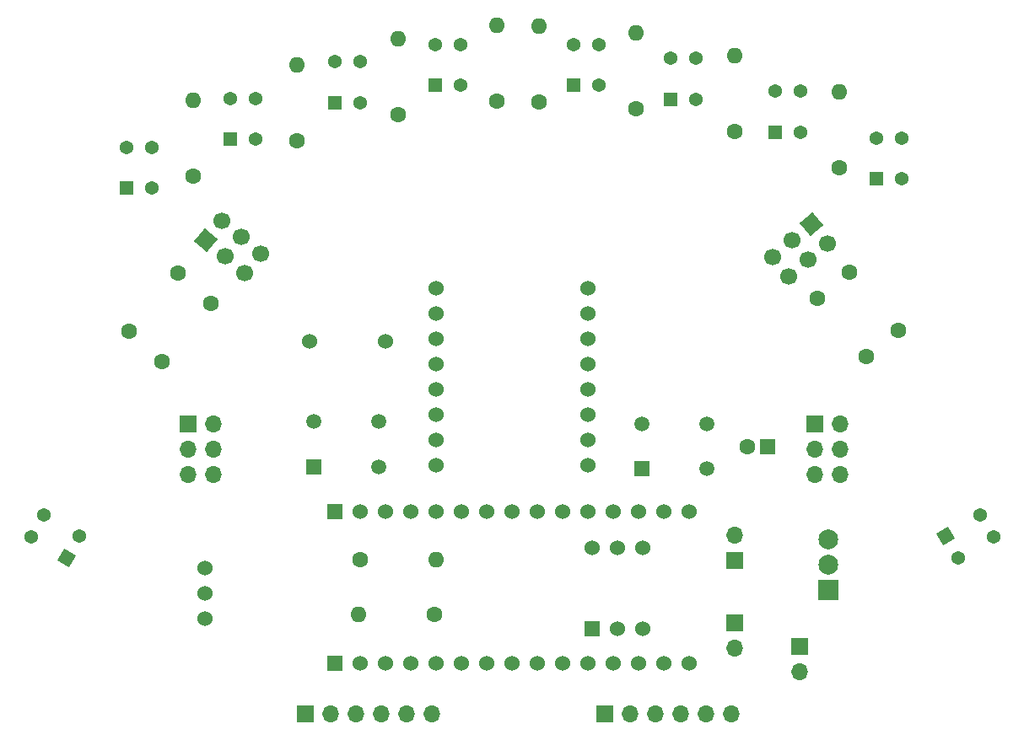
<source format=gts>
%TF.GenerationSoftware,KiCad,Pcbnew,7.0.1*%
%TF.CreationDate,2023-06-07T19:09:21+09:00*%
%TF.ProjectId,trace,74726163-652e-46b6-9963-61645f706362,rev?*%
%TF.SameCoordinates,Original*%
%TF.FileFunction,Soldermask,Top*%
%TF.FilePolarity,Negative*%
%FSLAX46Y46*%
G04 Gerber Fmt 4.6, Leading zero omitted, Abs format (unit mm)*
G04 Created by KiCad (PCBNEW 7.0.1) date 2023-06-07 19:09:21*
%MOMM*%
%LPD*%
G01*
G04 APERTURE LIST*
G04 Aperture macros list*
%AMHorizOval*
0 Thick line with rounded ends*
0 $1 width*
0 $2 $3 position (X,Y) of the first rounded end (center of the circle)*
0 $4 $5 position (X,Y) of the second rounded end (center of the circle)*
0 Add line between two ends*
20,1,$1,$2,$3,$4,$5,0*
0 Add two circle primitives to create the rounded ends*
1,1,$1,$2,$3*
1,1,$1,$4,$5*%
%AMRotRect*
0 Rectangle, with rotation*
0 The origin of the aperture is its center*
0 $1 length*
0 $2 width*
0 $3 Rotation angle, in degrees counterclockwise*
0 Add horizontal line*
21,1,$1,$2,0,0,$3*%
G04 Aperture macros list end*
%ADD10C,1.600000*%
%ADD11O,1.600000X1.600000*%
%ADD12R,1.700000X1.700000*%
%ADD13O,1.700000X1.700000*%
%ADD14R,1.530000X1.530000*%
%ADD15C,1.530000*%
%ADD16C,1.524000*%
%ADD17RotRect,1.700000X1.700000X310.000000*%
%ADD18HorizOval,1.700000X0.000000X0.000000X0.000000X0.000000X0*%
%ADD19R,1.508000X1.508000*%
%ADD20C,1.508000*%
%ADD21R,1.524000X1.524000*%
%ADD22HorizOval,1.600000X0.000000X0.000000X0.000000X0.000000X0*%
%ADD23RotRect,1.700000X1.700000X50.000000*%
%ADD24HorizOval,1.700000X0.000000X0.000000X0.000000X0.000000X0*%
%ADD25R,1.600000X1.600000*%
%ADD26HorizOval,1.600000X0.000000X0.000000X0.000000X0.000000X0*%
%ADD27R,1.995000X1.995000*%
%ADD28C,1.995000*%
%ADD29R,1.368000X1.368000*%
%ADD30C,1.368000*%
%ADD31RotRect,1.368000X1.368000X301.000000*%
%ADD32RotRect,1.368000X1.368000X59.000000*%
G04 APERTURE END LIST*
D10*
%TO.C,R3*%
X122417500Y-60620000D03*
D11*
X122417500Y-53000000D03*
%TD*%
D12*
%TO.C,C2*%
X156217500Y-105417500D03*
D13*
X156217500Y-102877500D03*
%TD*%
D10*
%TO.C,R2*%
X101817500Y-66852500D03*
D11*
X101817500Y-59232500D03*
%TD*%
D10*
%TO.C,R7*%
X156217500Y-62352500D03*
D11*
X156217500Y-54732500D03*
%TD*%
D14*
%TO.C,U1*%
X116037500Y-115762500D03*
D15*
X118577500Y-115762500D03*
X121117500Y-115762500D03*
X123657500Y-115762500D03*
X126197500Y-115762500D03*
X128737500Y-115762500D03*
X131277500Y-115762500D03*
X133817500Y-115762500D03*
X136357500Y-115762500D03*
X138897500Y-115762500D03*
X141437500Y-115762500D03*
X143977500Y-115762500D03*
X146517500Y-115762500D03*
X149057500Y-115762500D03*
X151597500Y-115762500D03*
D14*
X116037500Y-100522500D03*
D15*
X118577500Y-100522500D03*
X121117500Y-100522500D03*
X123657500Y-100522500D03*
X126197500Y-100522500D03*
X128737500Y-100522500D03*
X131277500Y-100522500D03*
X133817500Y-100522500D03*
X136357500Y-100522500D03*
X138897500Y-100522500D03*
X141437500Y-100522500D03*
X143977500Y-100522500D03*
X146517500Y-100522500D03*
X149057500Y-100522500D03*
X151597500Y-100522500D03*
%TD*%
D12*
%TO.C,J1*%
X113097500Y-120842500D03*
D13*
X115637500Y-120842500D03*
X118177500Y-120842500D03*
X120717500Y-120842500D03*
X123257500Y-120842500D03*
X125797500Y-120842500D03*
%TD*%
D16*
%TO.C,U14*%
X126197500Y-95832500D03*
X126197500Y-93292500D03*
X126197500Y-90752500D03*
X126197500Y-88212500D03*
X126197500Y-85672500D03*
X126197500Y-83132500D03*
X126197500Y-80592500D03*
X126197500Y-78052500D03*
X141437500Y-78052500D03*
X141437500Y-80592500D03*
X141437500Y-83132500D03*
X141437500Y-85672500D03*
X141437500Y-88212500D03*
X141437500Y-90752500D03*
X141437500Y-93292500D03*
X141437500Y-95832500D03*
%TD*%
D10*
%TO.C,R10*%
X126027500Y-110842500D03*
D11*
X118407500Y-110842500D03*
%TD*%
D17*
%TO.C,J2*%
X163864708Y-71650255D03*
D18*
X165497389Y-73596008D03*
X161918955Y-73282936D03*
X163551636Y-75228688D03*
X159973202Y-74915616D03*
X161605883Y-76861369D03*
%TD*%
D19*
%TO.C,S2*%
X146903000Y-96192500D03*
D20*
X153403000Y-96192500D03*
X146903000Y-91692500D03*
X153403000Y-91692500D03*
%TD*%
D10*
%TO.C,R5*%
X136517500Y-59370000D03*
D11*
X136517500Y-51750000D03*
%TD*%
D10*
%TO.C,R4*%
X132317500Y-59310000D03*
D11*
X132317500Y-51690000D03*
%TD*%
D16*
%TO.C,U12*%
X141877500Y-104192500D03*
X144417500Y-104192500D03*
X146957500Y-104192500D03*
D21*
X141877500Y-112292500D03*
D16*
X144417500Y-112292500D03*
X146957500Y-112292500D03*
%TD*%
D12*
%TO.C,J4*%
X164210000Y-91750000D03*
D13*
X166750000Y-91750000D03*
X164210000Y-94290000D03*
X166750000Y-94290000D03*
X164210000Y-96830000D03*
X166750000Y-96830000D03*
%TD*%
D10*
%TO.C,R14*%
X164523480Y-79113871D03*
D22*
X169421522Y-84951130D03*
%TD*%
D12*
%TO.C,J5*%
X101329500Y-91725000D03*
D13*
X103869500Y-91725000D03*
X101329500Y-94265000D03*
X103869500Y-94265000D03*
X101329500Y-96805000D03*
X103869500Y-96805000D03*
%TD*%
D12*
%TO.C,J7*%
X143192500Y-120817500D03*
D13*
X145732500Y-120817500D03*
X148272500Y-120817500D03*
X150812500Y-120817500D03*
X153352500Y-120817500D03*
X155892500Y-120817500D03*
%TD*%
D23*
%TO.C,J3*%
X103075624Y-73257969D03*
D24*
X104708305Y-71312216D03*
X105021377Y-74890650D03*
X106654057Y-72944897D03*
X106967130Y-76523330D03*
X108599810Y-74577577D03*
%TD*%
D12*
%TO.C,C1*%
X156217500Y-111667500D03*
D13*
X156217500Y-114207500D03*
%TD*%
D16*
%TO.C,SW1*%
X103000000Y-106210000D03*
X103000000Y-108750000D03*
X103000000Y-111290000D03*
%TD*%
D10*
%TO.C,R6*%
X146317500Y-60052500D03*
D11*
X146317500Y-52432500D03*
%TD*%
D25*
%TO.C,C3*%
X159500000Y-94000000D03*
D10*
X157500000Y-94000000D03*
%TD*%
%TO.C,R12*%
X98737480Y-85459130D03*
D26*
X103635522Y-79621871D03*
%TD*%
D10*
%TO.C,R9*%
X95435480Y-82411130D03*
D26*
X100333522Y-76573871D03*
%TD*%
D16*
%TO.C,U13*%
X121117500Y-83442500D03*
X113517500Y-83392500D03*
%TD*%
D12*
%TO.C,J6*%
X162717500Y-114067500D03*
D13*
X162717500Y-116607500D03*
%TD*%
D19*
%TO.C,S1*%
X113967500Y-95992500D03*
D20*
X120467500Y-95992500D03*
X113967500Y-91492500D03*
X120467500Y-91492500D03*
%TD*%
D10*
%TO.C,R1*%
X112217500Y-63252500D03*
D11*
X112217500Y-55632500D03*
%TD*%
D10*
%TO.C,R8*%
X166717500Y-65952500D03*
D11*
X166717500Y-58332500D03*
%TD*%
D10*
%TO.C,R13*%
X167698480Y-76446871D03*
D22*
X172596522Y-82284130D03*
%TD*%
D10*
%TO.C,R11*%
X118607500Y-105342500D03*
D11*
X126227500Y-105342500D03*
%TD*%
D27*
%TO.C,\u4E09\u7AEF\u5B501*%
X165592500Y-108382500D03*
D28*
X165592500Y-105842500D03*
X165592500Y-103302500D03*
%TD*%
D29*
%TO.C,U9*%
X160247500Y-62392500D03*
D30*
X160247500Y-58292500D03*
X162787500Y-58292500D03*
X162787500Y-62392500D03*
%TD*%
D31*
%TO.C,U11*%
X177338709Y-102967226D03*
D30*
X180853095Y-100855569D03*
X182161291Y-103032774D03*
X178646905Y-105144431D03*
%TD*%
D29*
%TO.C,U8*%
X170464291Y-67092500D03*
D30*
X170464291Y-62992500D03*
X173004291Y-62992500D03*
X173004291Y-67092500D03*
%TD*%
D29*
%TO.C,U4*%
X126147500Y-57692500D03*
D30*
X126147500Y-53592500D03*
X128687500Y-53592500D03*
X128687500Y-57692500D03*
%TD*%
D32*
%TO.C,U10*%
X89103095Y-105144431D03*
D30*
X85588709Y-103032774D03*
X86896905Y-100855569D03*
X90411291Y-102967226D03*
%TD*%
D29*
%TO.C,U5*%
X116060710Y-59442500D03*
D30*
X116060710Y-55342500D03*
X118600710Y-55342500D03*
X118600710Y-59442500D03*
%TD*%
D29*
%TO.C,U7*%
X140047500Y-57692500D03*
D30*
X140047500Y-53592500D03*
X142587500Y-53592500D03*
X142587500Y-57692500D03*
%TD*%
D29*
%TO.C,U2*%
X95117500Y-68042500D03*
D30*
X95117500Y-63942500D03*
X97657500Y-63942500D03*
X97657500Y-68042500D03*
%TD*%
D29*
%TO.C,U6*%
X149747500Y-59092500D03*
D30*
X149747500Y-54992500D03*
X152287500Y-54992500D03*
X152287500Y-59092500D03*
%TD*%
D29*
%TO.C,U3*%
X105547500Y-63092500D03*
D30*
X105547500Y-58992500D03*
X108087500Y-58992500D03*
X108087500Y-63092500D03*
%TD*%
M02*

</source>
